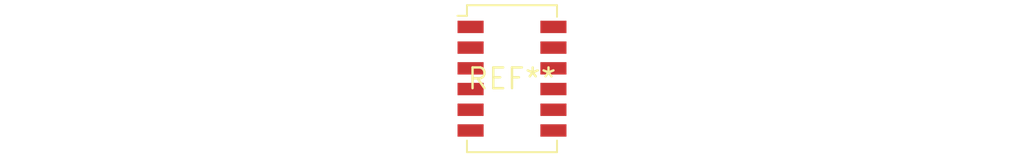
<source format=kicad_pcb>
(kicad_pcb (version 20240108) (generator pcbnew)
  (layers (0 "F.Cu" signal) (31 "B.Cu" signal) (34 "B.Paste" user) (35 "F.Paste" user) (36 "B.SilkS" user "B.Silkscreen") (37 "F.SilkS" user "F.Silkscreen") (38 "B.Mask" user) (39 "F.Mask" user) (44 "Edge.Cuts" user))
  (net 0 "")
  (footprint "SW_DIP_SPSTx06_Slide_Copal_CHS-06A_W5.08mm_P1.27mm_JPin" (layer "F.Cu") (at 0 0)
    (property "Reference" "REF**")
    (property "Value" "SW_DIP_SPSTx06_Slide_Copal_CHS-06A_W5.08mm_P1.27mm_JPin")
    (fp_line (start -3.34 -3.855) (end -2.761 -3.855) (layer "F.SilkS") (stroke (width 0.12)))
    (fp_line (start -2.761 -4.505) (end -2.761 -3.855) (layer "F.SilkS") (stroke (width 0.12)))
    (fp_line (start -2.761 -4.505) (end 2.76 -4.505) (layer "F.SilkS") (stroke (width 0.12)))
    (fp_line (start -2.761 3.795) (end -2.761 4.505) (layer "F.SilkS") (stroke (width 0.12)))
    (fp_line (start -2.761 4.505) (end 2.76 4.505) (layer "F.SilkS") (stroke (width 0.12)))
    (fp_line (start 2.76 -4.505) (end 2.76 -3.795) (layer "F.SilkS") (stroke (width 0.12)))
    (fp_line (start 2.76 3.795) (end 2.76 4.505) (layer "F.SilkS") (stroke (width 0.12)))
    (pad "1" smd rect (at -2.54 -3.175) (size 1.6 0.76) (layers "F.Cu" "F.Paste" "F.Mask"))
    (pad "2" smd rect (at -2.54 -1.905) (size 1.6 0.76) (layers "F.Cu" "F.Paste" "F.Mask"))
    (pad "3" smd rect (at -2.54 -0.635) (size 1.6 0.76) (layers "F.Cu" "F.Paste" "F.Mask"))
    (pad "4" smd rect (at -2.54 0.635) (size 1.6 0.76) (layers "F.Cu" "F.Paste" "F.Mask"))
    (pad "5" smd rect (at -2.54 1.905) (size 1.6 0.76) (layers "F.Cu" "F.Paste" "F.Mask"))
    (pad "6" smd rect (at -2.54 3.175) (size 1.6 0.76) (layers "F.Cu" "F.Paste" "F.Mask"))
    (pad "7" smd rect (at 2.54 3.175) (size 1.6 0.76) (layers "F.Cu" "F.Paste" "F.Mask"))
    (pad "8" smd rect (at 2.54 1.905) (size 1.6 0.76) (layers "F.Cu" "F.Paste" "F.Mask"))
    (pad "9" smd rect (at 2.54 0.635) (size 1.6 0.76) (layers "F.Cu" "F.Paste" "F.Mask"))
    (pad "10" smd rect (at 2.54 -0.635) (size 1.6 0.76) (layers "F.Cu" "F.Paste" "F.Mask"))
    (pad "11" smd rect (at 2.54 -1.905) (size 1.6 0.76) (layers "F.Cu" "F.Paste" "F.Mask"))
    (pad "12" smd rect (at 2.54 -3.175) (size 1.6 0.76) (layers "F.Cu" "F.Paste" "F.Mask"))
  )
)
</source>
